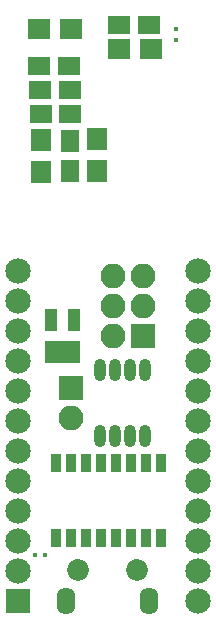
<source format=gbr>
G04 #@! TF.FileFunction,Soldermask,Bot*
%FSLAX46Y46*%
G04 Gerber Fmt 4.6, Leading zero omitted, Abs format (unit mm)*
G04 Created by KiCad (PCBNEW 4.0.7) date 06/04/18 23:25:08*
%MOMM*%
%LPD*%
G01*
G04 APERTURE LIST*
%ADD10C,0.100000*%
%ADD11R,2.152600X2.152600*%
%ADD12C,2.152600*%
%ADD13R,1.900000X1.650000*%
%ADD14R,1.650000X1.900000*%
%ADD15C,0.402000*%
%ADD16R,1.700000X1.900000*%
%ADD17C,1.850000*%
%ADD18O,1.600000X2.300000*%
%ADD19R,1.050000X1.960000*%
%ADD20R,2.100000X2.100000*%
%ADD21O,2.100000X2.100000*%
%ADD22R,0.908000X1.543000*%
%ADD23O,1.009600X1.873200*%
%ADD24R,1.900000X1.700000*%
G04 APERTURE END LIST*
D10*
D11*
X101600000Y-152146000D03*
D12*
X101600000Y-149606000D03*
X101600000Y-147066000D03*
X101600000Y-144526000D03*
X101600000Y-141986000D03*
X101600000Y-139446000D03*
X101600000Y-136906000D03*
X101600000Y-134366000D03*
X101600000Y-131826000D03*
X101600000Y-129286000D03*
X101600000Y-126746000D03*
X101600000Y-124206000D03*
X116840000Y-124206000D03*
X116840000Y-126746000D03*
X116840000Y-129286000D03*
X116840000Y-131826000D03*
X116840000Y-134366000D03*
X116840000Y-136906000D03*
X116840000Y-139446000D03*
X116840000Y-141986000D03*
X116840000Y-144526000D03*
X116840000Y-147066000D03*
X116840000Y-149606000D03*
X116840000Y-152146000D03*
D13*
X103494200Y-108930440D03*
X105994200Y-108930440D03*
X103547540Y-110964980D03*
X106047540Y-110964980D03*
D14*
X105976420Y-115740180D03*
X105976420Y-113240180D03*
D15*
X115001040Y-103738260D03*
X115001040Y-104638260D03*
X115001040Y-104638260D03*
X115001040Y-103738260D03*
D16*
X103538020Y-113140500D03*
X103538020Y-115840500D03*
X108325921Y-113080821D03*
X108325921Y-115780821D03*
D13*
X103428160Y-106870500D03*
X105928160Y-106870500D03*
D17*
X106669200Y-149508980D03*
X111669200Y-149508980D03*
D18*
X105669200Y-152208980D03*
X112669200Y-152208980D03*
D19*
X106334640Y-131107180D03*
X105384640Y-131107180D03*
X104434640Y-131107180D03*
X104434640Y-128407180D03*
X106334640Y-128407180D03*
D20*
X106072940Y-134167880D03*
D21*
X106072940Y-136707880D03*
D22*
X113690400Y-140477240D03*
X111150400Y-140477240D03*
X109880400Y-140477240D03*
X108610400Y-140477240D03*
X107340400Y-140477240D03*
X106070400Y-140477240D03*
X104800400Y-140477240D03*
X104800400Y-146827240D03*
X106070400Y-146827240D03*
X107340400Y-146827240D03*
X108610400Y-146827240D03*
X109880400Y-146827240D03*
X111150400Y-146827240D03*
X112420400Y-146827240D03*
X113690400Y-146827240D03*
X112420400Y-140477240D03*
D20*
X112229900Y-129715260D03*
D21*
X109689900Y-129715260D03*
X112229900Y-127175260D03*
X109689900Y-127175260D03*
X112229900Y-124635260D03*
X109689900Y-124635260D03*
D15*
X103927060Y-148254720D03*
X103027060Y-148254720D03*
X103027060Y-148254720D03*
X103927060Y-148254720D03*
D23*
X112359440Y-138236960D03*
X111089440Y-138236960D03*
X109819440Y-138236960D03*
X108549440Y-138236960D03*
X108549440Y-132648960D03*
X109819440Y-132648960D03*
X111089440Y-132648960D03*
X112359440Y-132648960D03*
D13*
X110199800Y-103388160D03*
X112699800Y-103388160D03*
D24*
X103430080Y-103756460D03*
X106130080Y-103756460D03*
X110144580Y-105417620D03*
X112844580Y-105417620D03*
M02*

</source>
